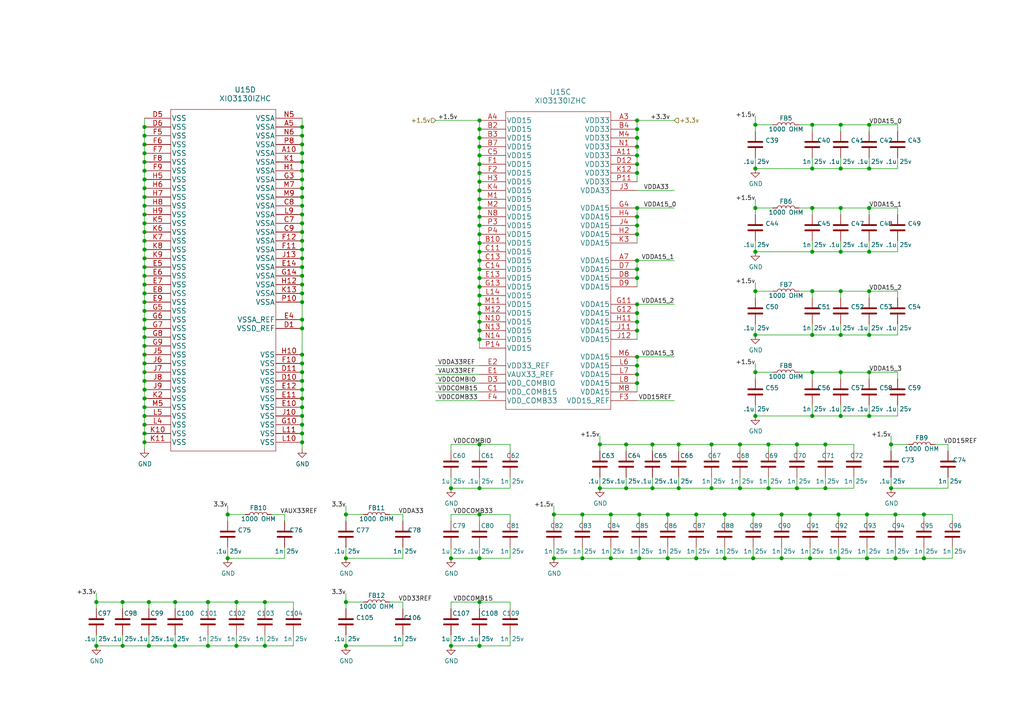
<source format=kicad_sch>
(kicad_sch (version 20201015) (generator eeschema)
  (page 1 9)
  (paper "A4")
  (title_block (title "AP3000v3") (date "2020-10-27") (rev "1") (company "(c) ISis ImageStream Internet Solutions 2020") (comment 1 "www.imagestream.com"))
  (junction (at 27.94 174.625) (diameter 1.016))
  (junction (at 27.94 187.325) (diameter 1.016))
  (junction (at 35.56 174.625) (diameter 1.016))
  (junction (at 35.56 187.325) (diameter 1.016))
  (junction (at 41.91 36.83) (diameter 1.016))
  (junction (at 41.91 39.37) (diameter 1.016))
  (junction (at 41.91 41.91) (diameter 1.016))
  (junction (at 41.91 44.45) (diameter 1.016))
  (junction (at 41.91 46.99) (diameter 1.016))
  (junction (at 41.91 49.53) (diameter 1.016))
  (junction (at 41.91 52.07) (diameter 1.016))
  (junction (at 41.91 54.61) (diameter 1.016))
  (junction (at 41.91 57.15) (diameter 1.016))
  (junction (at 41.91 59.69) (diameter 1.016))
  (junction (at 41.91 62.23) (diameter 1.016))
  (junction (at 41.91 64.77) (diameter 1.016))
  (junction (at 41.91 67.31) (diameter 1.016))
  (junction (at 41.91 69.85) (diameter 1.016))
  (junction (at 41.91 72.39) (diameter 1.016))
  (junction (at 41.91 74.93) (diameter 1.016))
  (junction (at 41.91 77.47) (diameter 1.016))
  (junction (at 41.91 80.01) (diameter 1.016))
  (junction (at 41.91 82.55) (diameter 1.016))
  (junction (at 41.91 85.09) (diameter 1.016))
  (junction (at 41.91 87.63) (diameter 1.016))
  (junction (at 41.91 90.17) (diameter 1.016))
  (junction (at 41.91 92.71) (diameter 1.016))
  (junction (at 41.91 95.25) (diameter 1.016))
  (junction (at 41.91 97.79) (diameter 1.016))
  (junction (at 41.91 100.33) (diameter 1.016))
  (junction (at 41.91 102.87) (diameter 1.016))
  (junction (at 41.91 105.41) (diameter 1.016))
  (junction (at 41.91 107.95) (diameter 1.016))
  (junction (at 41.91 110.49) (diameter 1.016))
  (junction (at 41.91 113.03) (diameter 1.016))
  (junction (at 41.91 115.57) (diameter 1.016))
  (junction (at 41.91 118.11) (diameter 1.016))
  (junction (at 41.91 120.65) (diameter 1.016))
  (junction (at 41.91 123.19) (diameter 1.016))
  (junction (at 41.91 125.73) (diameter 1.016))
  (junction (at 41.91 128.27) (diameter 1.016))
  (junction (at 43.18 174.625) (diameter 1.016))
  (junction (at 43.18 187.325) (diameter 1.016))
  (junction (at 50.8 174.625) (diameter 1.016))
  (junction (at 50.8 187.325) (diameter 1.016))
  (junction (at 60.325 174.625) (diameter 1.016))
  (junction (at 60.325 187.325) (diameter 1.016))
  (junction (at 66.04 149.225) (diameter 1.016))
  (junction (at 66.04 161.925) (diameter 1.016))
  (junction (at 68.58 174.625) (diameter 1.016))
  (junction (at 68.58 187.325) (diameter 1.016))
  (junction (at 76.835 174.625) (diameter 1.016))
  (junction (at 76.835 187.325) (diameter 1.016))
  (junction (at 87.63 36.83) (diameter 1.016))
  (junction (at 87.63 39.37) (diameter 1.016))
  (junction (at 87.63 41.91) (diameter 1.016))
  (junction (at 87.63 44.45) (diameter 1.016))
  (junction (at 87.63 46.99) (diameter 1.016))
  (junction (at 87.63 49.53) (diameter 1.016))
  (junction (at 87.63 52.07) (diameter 1.016))
  (junction (at 87.63 54.61) (diameter 1.016))
  (junction (at 87.63 57.15) (diameter 1.016))
  (junction (at 87.63 59.69) (diameter 1.016))
  (junction (at 87.63 62.23) (diameter 1.016))
  (junction (at 87.63 64.77) (diameter 1.016))
  (junction (at 87.63 67.31) (diameter 1.016))
  (junction (at 87.63 69.85) (diameter 1.016))
  (junction (at 87.63 72.39) (diameter 1.016))
  (junction (at 87.63 74.93) (diameter 1.016))
  (junction (at 87.63 77.47) (diameter 1.016))
  (junction (at 87.63 80.01) (diameter 1.016))
  (junction (at 87.63 82.55) (diameter 1.016))
  (junction (at 87.63 85.09) (diameter 1.016))
  (junction (at 87.63 87.63) (diameter 1.016))
  (junction (at 87.63 92.71) (diameter 1.016))
  (junction (at 87.63 95.25) (diameter 1.016))
  (junction (at 87.63 102.87) (diameter 1.016))
  (junction (at 87.63 105.41) (diameter 1.016))
  (junction (at 87.63 107.95) (diameter 1.016))
  (junction (at 87.63 110.49) (diameter 1.016))
  (junction (at 87.63 113.03) (diameter 1.016))
  (junction (at 87.63 115.57) (diameter 1.016))
  (junction (at 87.63 118.11) (diameter 1.016))
  (junction (at 87.63 120.65) (diameter 1.016))
  (junction (at 87.63 123.19) (diameter 1.016))
  (junction (at 87.63 125.73) (diameter 1.016))
  (junction (at 87.63 128.27) (diameter 1.016))
  (junction (at 100.33 149.225) (diameter 1.016))
  (junction (at 100.33 161.925) (diameter 1.016))
  (junction (at 100.33 174.625) (diameter 1.016))
  (junction (at 100.33 187.325) (diameter 1.016))
  (junction (at 130.81 141.605) (diameter 1.016))
  (junction (at 130.81 161.925) (diameter 1.016))
  (junction (at 130.81 187.325) (diameter 1.016))
  (junction (at 139.065 34.925) (diameter 1.016))
  (junction (at 139.065 37.465) (diameter 1.016))
  (junction (at 139.065 40.005) (diameter 1.016))
  (junction (at 139.065 42.545) (diameter 1.016))
  (junction (at 139.065 45.085) (diameter 1.016))
  (junction (at 139.065 47.625) (diameter 1.016))
  (junction (at 139.065 50.165) (diameter 1.016))
  (junction (at 139.065 52.705) (diameter 1.016))
  (junction (at 139.065 55.245) (diameter 1.016))
  (junction (at 139.065 57.785) (diameter 1.016))
  (junction (at 139.065 60.325) (diameter 1.016))
  (junction (at 139.065 62.865) (diameter 1.016))
  (junction (at 139.065 65.405) (diameter 1.016))
  (junction (at 139.065 67.945) (diameter 1.016))
  (junction (at 139.065 70.485) (diameter 1.016))
  (junction (at 139.065 73.025) (diameter 1.016))
  (junction (at 139.065 75.565) (diameter 1.016))
  (junction (at 139.065 78.105) (diameter 1.016))
  (junction (at 139.065 80.645) (diameter 1.016))
  (junction (at 139.065 83.185) (diameter 1.016))
  (junction (at 139.065 85.725) (diameter 1.016))
  (junction (at 139.065 88.265) (diameter 1.016))
  (junction (at 139.065 90.805) (diameter 1.016))
  (junction (at 139.065 93.345) (diameter 1.016))
  (junction (at 139.065 95.885) (diameter 1.016))
  (junction (at 139.065 98.425) (diameter 1.016))
  (junction (at 139.065 128.905) (diameter 1.016))
  (junction (at 139.065 141.605) (diameter 1.016))
  (junction (at 139.065 149.225) (diameter 1.016))
  (junction (at 139.065 161.925) (diameter 1.016))
  (junction (at 139.065 174.625) (diameter 1.016))
  (junction (at 139.065 187.325) (diameter 1.016))
  (junction (at 160.655 149.225) (diameter 1.016))
  (junction (at 160.655 161.925) (diameter 1.016))
  (junction (at 168.91 149.225) (diameter 1.016))
  (junction (at 168.91 161.925) (diameter 1.016))
  (junction (at 173.99 128.905) (diameter 1.016))
  (junction (at 173.99 141.605) (diameter 1.016))
  (junction (at 177.165 149.225) (diameter 1.016))
  (junction (at 177.165 161.925) (diameter 1.016))
  (junction (at 181.61 128.905) (diameter 1.016))
  (junction (at 181.61 141.605) (diameter 1.016))
  (junction (at 184.785 34.925) (diameter 1.016))
  (junction (at 184.785 37.465) (diameter 1.016))
  (junction (at 184.785 40.005) (diameter 1.016))
  (junction (at 184.785 42.545) (diameter 1.016))
  (junction (at 184.785 45.085) (diameter 1.016))
  (junction (at 184.785 47.625) (diameter 1.016))
  (junction (at 184.785 50.165) (diameter 1.016))
  (junction (at 184.785 60.325) (diameter 1.016))
  (junction (at 184.785 62.865) (diameter 1.016))
  (junction (at 184.785 65.405) (diameter 1.016))
  (junction (at 184.785 67.945) (diameter 1.016))
  (junction (at 184.785 75.565) (diameter 1.016))
  (junction (at 184.785 78.105) (diameter 1.016))
  (junction (at 184.785 80.645) (diameter 1.016))
  (junction (at 184.785 88.265) (diameter 1.016))
  (junction (at 184.785 90.805) (diameter 1.016))
  (junction (at 184.785 93.345) (diameter 1.016))
  (junction (at 184.785 95.885) (diameter 1.016))
  (junction (at 184.785 103.505) (diameter 1.016))
  (junction (at 184.785 106.045) (diameter 1.016))
  (junction (at 184.785 108.585) (diameter 1.016))
  (junction (at 184.785 111.125) (diameter 1.016))
  (junction (at 185.42 149.225) (diameter 1.016))
  (junction (at 185.42 161.925) (diameter 1.016))
  (junction (at 189.23 128.905) (diameter 1.016))
  (junction (at 189.23 141.605) (diameter 1.016))
  (junction (at 193.675 149.225) (diameter 1.016))
  (junction (at 193.675 161.925) (diameter 1.016))
  (junction (at 196.85 128.905) (diameter 1.016))
  (junction (at 196.85 141.605) (diameter 1.016))
  (junction (at 201.93 149.225) (diameter 1.016))
  (junction (at 201.93 161.925) (diameter 1.016))
  (junction (at 206.375 128.905) (diameter 1.016))
  (junction (at 206.375 141.605) (diameter 1.016))
  (junction (at 210.185 149.225) (diameter 1.016))
  (junction (at 210.185 161.925) (diameter 1.016))
  (junction (at 214.63 128.905) (diameter 1.016))
  (junction (at 214.63 141.605) (diameter 1.016))
  (junction (at 218.44 149.225) (diameter 1.016))
  (junction (at 218.44 161.925) (diameter 1.016))
  (junction (at 219.075 36.195) (diameter 1.016))
  (junction (at 219.075 48.895) (diameter 1.016))
  (junction (at 219.075 60.325) (diameter 1.016))
  (junction (at 219.075 73.025) (diameter 1.016))
  (junction (at 219.075 84.455) (diameter 1.016))
  (junction (at 219.075 97.155) (diameter 1.016))
  (junction (at 219.075 107.95) (diameter 1.016))
  (junction (at 219.075 120.65) (diameter 1.016))
  (junction (at 222.885 128.905) (diameter 1.016))
  (junction (at 222.885 141.605) (diameter 1.016))
  (junction (at 226.695 149.225) (diameter 1.016))
  (junction (at 226.695 161.925) (diameter 1.016))
  (junction (at 231.14 128.905) (diameter 1.016))
  (junction (at 231.14 141.605) (diameter 1.016))
  (junction (at 234.95 149.225) (diameter 1.016))
  (junction (at 234.95 161.925) (diameter 1.016))
  (junction (at 235.585 36.195) (diameter 1.016))
  (junction (at 235.585 48.895) (diameter 1.016))
  (junction (at 235.585 60.325) (diameter 1.016))
  (junction (at 235.585 73.025) (diameter 1.016))
  (junction (at 235.585 84.455) (diameter 1.016))
  (junction (at 235.585 97.155) (diameter 1.016))
  (junction (at 235.585 107.95) (diameter 1.016))
  (junction (at 235.585 120.65) (diameter 1.016))
  (junction (at 239.395 128.905) (diameter 1.016))
  (junction (at 239.395 141.605) (diameter 1.016))
  (junction (at 243.205 149.225) (diameter 1.016))
  (junction (at 243.205 161.925) (diameter 1.016))
  (junction (at 243.84 36.195) (diameter 1.016))
  (junction (at 243.84 48.895) (diameter 1.016))
  (junction (at 243.84 60.325) (diameter 1.016))
  (junction (at 243.84 73.025) (diameter 1.016))
  (junction (at 243.84 84.455) (diameter 1.016))
  (junction (at 243.84 97.155) (diameter 1.016))
  (junction (at 243.84 107.95) (diameter 1.016))
  (junction (at 243.84 120.65) (diameter 1.016))
  (junction (at 251.46 149.225) (diameter 1.016))
  (junction (at 251.46 161.925) (diameter 1.016))
  (junction (at 252.095 36.195) (diameter 1.016))
  (junction (at 252.095 48.895) (diameter 1.016))
  (junction (at 252.095 60.325) (diameter 1.016))
  (junction (at 252.095 73.025) (diameter 1.016))
  (junction (at 252.095 84.455) (diameter 1.016))
  (junction (at 252.095 97.155) (diameter 1.016))
  (junction (at 252.095 107.95) (diameter 1.016))
  (junction (at 252.095 120.65) (diameter 1.016))
  (junction (at 258.445 128.905) (diameter 1.016))
  (junction (at 258.445 141.605) (diameter 1.016))
  (junction (at 259.715 149.225) (diameter 1.016))
  (junction (at 259.715 161.925) (diameter 1.016))
  (junction (at 267.97 149.225) (diameter 1.016))
  (junction (at 267.97 161.925) (diameter 1.016))
  (wire (pts (xy 27.94 172.085) (xy 27.94 174.625)))
  (wire (pts (xy 27.94 174.625) (xy 35.56 174.625)))
  (wire (pts (xy 27.94 176.53) (xy 27.94 174.625)))
  (wire (pts (xy 27.94 184.15) (xy 27.94 187.325)))
  (wire (pts (xy 27.94 187.325) (xy 35.56 187.325)))
  (wire (pts (xy 35.56 174.625) (xy 43.18 174.625)))
  (wire (pts (xy 35.56 176.53) (xy 35.56 174.625)))
  (wire (pts (xy 35.56 184.15) (xy 35.56 187.325)))
  (wire (pts (xy 35.56 187.325) (xy 43.18 187.325)))
  (wire (pts (xy 41.91 34.29) (xy 41.91 36.83)))
  (wire (pts (xy 41.91 36.83) (xy 41.91 39.37)))
  (wire (pts (xy 41.91 39.37) (xy 41.91 41.91)))
  (wire (pts (xy 41.91 41.91) (xy 41.91 44.45)))
  (wire (pts (xy 41.91 44.45) (xy 41.91 46.99)))
  (wire (pts (xy 41.91 46.99) (xy 41.91 49.53)))
  (wire (pts (xy 41.91 49.53) (xy 41.91 52.07)))
  (wire (pts (xy 41.91 52.07) (xy 41.91 54.61)))
  (wire (pts (xy 41.91 54.61) (xy 41.91 57.15)))
  (wire (pts (xy 41.91 57.15) (xy 41.91 59.69)))
  (wire (pts (xy 41.91 59.69) (xy 41.91 62.23)))
  (wire (pts (xy 41.91 62.23) (xy 41.91 64.77)))
  (wire (pts (xy 41.91 64.77) (xy 41.91 67.31)))
  (wire (pts (xy 41.91 67.31) (xy 41.91 69.85)))
  (wire (pts (xy 41.91 69.85) (xy 41.91 72.39)))
  (wire (pts (xy 41.91 72.39) (xy 41.91 74.93)))
  (wire (pts (xy 41.91 74.93) (xy 41.91 77.47)))
  (wire (pts (xy 41.91 77.47) (xy 41.91 80.01)))
  (wire (pts (xy 41.91 80.01) (xy 41.91 82.55)))
  (wire (pts (xy 41.91 82.55) (xy 41.91 85.09)))
  (wire (pts (xy 41.91 85.09) (xy 41.91 87.63)))
  (wire (pts (xy 41.91 87.63) (xy 41.91 90.17)))
  (wire (pts (xy 41.91 90.17) (xy 41.91 92.71)))
  (wire (pts (xy 41.91 92.71) (xy 41.91 95.25)))
  (wire (pts (xy 41.91 95.25) (xy 41.91 97.79)))
  (wire (pts (xy 41.91 97.79) (xy 41.91 100.33)))
  (wire (pts (xy 41.91 100.33) (xy 41.91 102.87)))
  (wire (pts (xy 41.91 102.87) (xy 41.91 105.41)))
  (wire (pts (xy 41.91 105.41) (xy 41.91 107.95)))
  (wire (pts (xy 41.91 107.95) (xy 41.91 110.49)))
  (wire (pts (xy 41.91 110.49) (xy 41.91 113.03)))
  (wire (pts (xy 41.91 113.03) (xy 41.91 115.57)))
  (wire (pts (xy 41.91 115.57) (xy 41.91 118.11)))
  (wire (pts (xy 41.91 118.11) (xy 41.91 120.65)))
  (wire (pts (xy 41.91 120.65) (xy 41.91 123.19)))
  (wire (pts (xy 41.91 123.19) (xy 41.91 125.73)))
  (wire (pts (xy 41.91 125.73) (xy 41.91 128.27)))
  (wire (pts (xy 41.91 128.27) (xy 41.91 130.175)))
  (wire (pts (xy 43.18 174.625) (xy 50.8 174.625)))
  (wire (pts (xy 43.18 176.53) (xy 43.18 174.625)))
  (wire (pts (xy 43.18 184.15) (xy 43.18 187.325)))
  (wire (pts (xy 43.18 187.325) (xy 50.8 187.325)))
  (wire (pts (xy 50.8 174.625) (xy 60.325 174.625)))
  (wire (pts (xy 50.8 176.53) (xy 50.8 174.625)))
  (wire (pts (xy 50.8 184.15) (xy 50.8 187.325)))
  (wire (pts (xy 50.8 187.325) (xy 60.325 187.325)))
  (wire (pts (xy 60.325 174.625) (xy 60.325 176.53)))
  (wire (pts (xy 60.325 174.625) (xy 68.58 174.625)))
  (wire (pts (xy 60.325 184.15) (xy 60.325 187.325)))
  (wire (pts (xy 60.325 187.325) (xy 68.58 187.325)))
  (wire (pts (xy 66.04 146.685) (xy 66.04 149.225)))
  (wire (pts (xy 66.04 149.225) (xy 71.12 149.225)))
  (wire (pts (xy 66.04 151.13) (xy 66.04 149.225)))
  (wire (pts (xy 66.04 158.75) (xy 66.04 161.925)))
  (wire (pts (xy 66.04 161.925) (xy 82.55 161.925)))
  (wire (pts (xy 68.58 174.625) (xy 68.58 176.53)))
  (wire (pts (xy 68.58 174.625) (xy 76.835 174.625)))
  (wire (pts (xy 68.58 184.15) (xy 68.58 187.325)))
  (wire (pts (xy 68.58 187.325) (xy 76.835 187.325)))
  (wire (pts (xy 76.835 174.625) (xy 76.835 176.53)))
  (wire (pts (xy 76.835 174.625) (xy 85.09 174.625)))
  (wire (pts (xy 76.835 184.15) (xy 76.835 187.325)))
  (wire (pts (xy 76.835 187.325) (xy 85.09 187.325)))
  (wire (pts (xy 78.74 149.225) (xy 82.55 149.225)))
  (wire (pts (xy 82.55 149.225) (xy 82.55 151.13)))
  (wire (pts (xy 82.55 158.75) (xy 82.55 161.925)))
  (wire (pts (xy 85.09 174.625) (xy 85.09 176.53)))
  (wire (pts (xy 85.09 184.15) (xy 85.09 187.325)))
  (wire (pts (xy 87.63 34.29) (xy 87.63 36.83)))
  (wire (pts (xy 87.63 36.83) (xy 87.63 39.37)))
  (wire (pts (xy 87.63 39.37) (xy 87.63 41.91)))
  (wire (pts (xy 87.63 41.91) (xy 87.63 44.45)))
  (wire (pts (xy 87.63 44.45) (xy 87.63 46.99)))
  (wire (pts (xy 87.63 46.99) (xy 87.63 49.53)))
  (wire (pts (xy 87.63 49.53) (xy 87.63 52.07)))
  (wire (pts (xy 87.63 52.07) (xy 87.63 54.61)))
  (wire (pts (xy 87.63 54.61) (xy 87.63 57.15)))
  (wire (pts (xy 87.63 57.15) (xy 87.63 59.69)))
  (wire (pts (xy 87.63 59.69) (xy 87.63 62.23)))
  (wire (pts (xy 87.63 62.23) (xy 87.63 64.77)))
  (wire (pts (xy 87.63 64.77) (xy 87.63 67.31)))
  (wire (pts (xy 87.63 67.31) (xy 87.63 69.85)))
  (wire (pts (xy 87.63 69.85) (xy 87.63 72.39)))
  (wire (pts (xy 87.63 72.39) (xy 87.63 74.93)))
  (wire (pts (xy 87.63 74.93) (xy 87.63 77.47)))
  (wire (pts (xy 87.63 77.47) (xy 87.63 80.01)))
  (wire (pts (xy 87.63 80.01) (xy 87.63 82.55)))
  (wire (pts (xy 87.63 82.55) (xy 87.63 85.09)))
  (wire (pts (xy 87.63 85.09) (xy 87.63 87.63)))
  (wire (pts (xy 87.63 87.63) (xy 87.63 92.71)))
  (wire (pts (xy 87.63 92.71) (xy 87.63 95.25)))
  (wire (pts (xy 87.63 95.25) (xy 87.63 102.87)))
  (wire (pts (xy 87.63 102.87) (xy 87.63 105.41)))
  (wire (pts (xy 87.63 105.41) (xy 87.63 107.95)))
  (wire (pts (xy 87.63 107.95) (xy 87.63 110.49)))
  (wire (pts (xy 87.63 110.49) (xy 87.63 113.03)))
  (wire (pts (xy 87.63 113.03) (xy 87.63 115.57)))
  (wire (pts (xy 87.63 115.57) (xy 87.63 118.11)))
  (wire (pts (xy 87.63 118.11) (xy 87.63 120.65)))
  (wire (pts (xy 87.63 120.65) (xy 87.63 123.19)))
  (wire (pts (xy 87.63 123.19) (xy 87.63 125.73)))
  (wire (pts (xy 87.63 125.73) (xy 87.63 128.27)))
  (wire (pts (xy 87.63 128.27) (xy 87.63 130.175)))
  (wire (pts (xy 100.33 146.685) (xy 100.33 149.225)))
  (wire (pts (xy 100.33 149.225) (xy 105.41 149.225)))
  (wire (pts (xy 100.33 151.13) (xy 100.33 149.225)))
  (wire (pts (xy 100.33 158.75) (xy 100.33 161.925)))
  (wire (pts (xy 100.33 161.925) (xy 116.84 161.925)))
  (wire (pts (xy 100.33 172.085) (xy 100.33 174.625)))
  (wire (pts (xy 100.33 174.625) (xy 105.41 174.625)))
  (wire (pts (xy 100.33 176.53) (xy 100.33 174.625)))
  (wire (pts (xy 100.33 184.15) (xy 100.33 187.325)))
  (wire (pts (xy 100.33 187.325) (xy 116.84 187.325)))
  (wire (pts (xy 113.03 149.225) (xy 116.84 149.225)))
  (wire (pts (xy 113.03 174.625) (xy 116.84 174.625)))
  (wire (pts (xy 116.84 149.225) (xy 116.84 151.13)))
  (wire (pts (xy 116.84 158.75) (xy 116.84 161.925)))
  (wire (pts (xy 116.84 174.625) (xy 116.84 176.53)))
  (wire (pts (xy 116.84 184.15) (xy 116.84 187.325)))
  (wire (pts (xy 126.365 34.925) (xy 139.065 34.925)))
  (wire (pts (xy 126.365 106.045) (xy 139.065 106.045)))
  (wire (pts (xy 126.365 108.585) (xy 139.065 108.585)))
  (wire (pts (xy 126.365 111.125) (xy 139.065 111.125)))
  (wire (pts (xy 126.365 113.665) (xy 139.065 113.665)))
  (wire (pts (xy 126.365 116.205) (xy 139.065 116.205)))
  (wire (pts (xy 130.81 128.905) (xy 139.065 128.905)))
  (wire (pts (xy 130.81 130.81) (xy 130.81 128.905)))
  (wire (pts (xy 130.81 138.43) (xy 130.81 141.605)))
  (wire (pts (xy 130.81 141.605) (xy 139.065 141.605)))
  (wire (pts (xy 130.81 149.225) (xy 139.065 149.225)))
  (wire (pts (xy 130.81 151.13) (xy 130.81 149.225)))
  (wire (pts (xy 130.81 158.75) (xy 130.81 161.925)))
  (wire (pts (xy 130.81 161.925) (xy 139.065 161.925)))
  (wire (pts (xy 130.81 174.625) (xy 139.065 174.625)))
  (wire (pts (xy 130.81 176.53) (xy 130.81 174.625)))
  (wire (pts (xy 130.81 184.15) (xy 130.81 187.325)))
  (wire (pts (xy 130.81 187.325) (xy 139.065 187.325)))
  (wire (pts (xy 139.065 34.925) (xy 139.065 37.465)))
  (wire (pts (xy 139.065 37.465) (xy 139.065 40.005)))
  (wire (pts (xy 139.065 40.005) (xy 139.065 42.545)))
  (wire (pts (xy 139.065 42.545) (xy 139.065 45.085)))
  (wire (pts (xy 139.065 45.085) (xy 139.065 47.625)))
  (wire (pts (xy 139.065 47.625) (xy 139.065 50.165)))
  (wire (pts (xy 139.065 50.165) (xy 139.065 52.705)))
  (wire (pts (xy 139.065 52.705) (xy 139.065 55.245)))
  (wire (pts (xy 139.065 55.245) (xy 139.065 57.785)))
  (wire (pts (xy 139.065 57.785) (xy 139.065 60.325)))
  (wire (pts (xy 139.065 60.325) (xy 139.065 62.865)))
  (wire (pts (xy 139.065 62.865) (xy 139.065 65.405)))
  (wire (pts (xy 139.065 65.405) (xy 139.065 67.945)))
  (wire (pts (xy 139.065 67.945) (xy 139.065 70.485)))
  (wire (pts (xy 139.065 70.485) (xy 139.065 73.025)))
  (wire (pts (xy 139.065 73.025) (xy 139.065 75.565)))
  (wire (pts (xy 139.065 75.565) (xy 139.065 78.105)))
  (wire (pts (xy 139.065 78.105) (xy 139.065 80.645)))
  (wire (pts (xy 139.065 80.645) (xy 139.065 83.185)))
  (wire (pts (xy 139.065 83.185) (xy 139.065 85.725)))
  (wire (pts (xy 139.065 85.725) (xy 139.065 88.265)))
  (wire (pts (xy 139.065 88.265) (xy 139.065 90.805)))
  (wire (pts (xy 139.065 90.805) (xy 139.065 93.345)))
  (wire (pts (xy 139.065 93.345) (xy 139.065 95.885)))
  (wire (pts (xy 139.065 95.885) (xy 139.065 98.425)))
  (wire (pts (xy 139.065 98.425) (xy 139.065 100.965)))
  (wire (pts (xy 139.065 128.905) (xy 139.065 130.81)))
  (wire (pts (xy 139.065 128.905) (xy 147.955 128.905)))
  (wire (pts (xy 139.065 138.43) (xy 139.065 141.605)))
  (wire (pts (xy 139.065 141.605) (xy 147.955 141.605)))
  (wire (pts (xy 139.065 149.225) (xy 139.065 151.13)))
  (wire (pts (xy 139.065 149.225) (xy 147.955 149.225)))
  (wire (pts (xy 139.065 158.75) (xy 139.065 161.925)))
  (wire (pts (xy 139.065 161.925) (xy 147.955 161.925)))
  (wire (pts (xy 139.065 174.625) (xy 139.065 176.53)))
  (wire (pts (xy 139.065 174.625) (xy 147.955 174.625)))
  (wire (pts (xy 139.065 184.15) (xy 139.065 187.325)))
  (wire (pts (xy 139.065 187.325) (xy 147.955 187.325)))
  (wire (pts (xy 147.955 128.905) (xy 147.955 130.81)))
  (wire (pts (xy 147.955 141.605) (xy 147.955 138.43)))
  (wire (pts (xy 147.955 149.225) (xy 147.955 151.13)))
  (wire (pts (xy 147.955 161.925) (xy 147.955 158.75)))
  (wire (pts (xy 147.955 174.625) (xy 147.955 176.53)))
  (wire (pts (xy 147.955 187.325) (xy 147.955 184.15)))
  (wire (pts (xy 160.655 146.685) (xy 160.655 149.225)))
  (wire (pts (xy 160.655 149.225) (xy 160.655 151.13)))
  (wire (pts (xy 160.655 149.225) (xy 168.91 149.225)))
  (wire (pts (xy 160.655 158.75) (xy 160.655 161.925)))
  (wire (pts (xy 160.655 161.925) (xy 168.91 161.925)))
  (wire (pts (xy 168.91 149.225) (xy 168.91 151.13)))
  (wire (pts (xy 168.91 149.225) (xy 177.165 149.225)))
  (wire (pts (xy 168.91 158.75) (xy 168.91 161.925)))
  (wire (pts (xy 168.91 161.925) (xy 177.165 161.925)))
  (wire (pts (xy 173.99 126.365) (xy 173.99 128.905)))
  (wire (pts (xy 173.99 128.905) (xy 181.61 128.905)))
  (wire (pts (xy 173.99 130.81) (xy 173.99 128.905)))
  (wire (pts (xy 173.99 138.43) (xy 173.99 141.605)))
  (wire (pts (xy 173.99 141.605) (xy 181.61 141.605)))
  (wire (pts (xy 177.165 149.225) (xy 177.165 151.13)))
  (wire (pts (xy 177.165 149.225) (xy 185.42 149.225)))
  (wire (pts (xy 177.165 158.75) (xy 177.165 161.925)))
  (wire (pts (xy 177.165 161.925) (xy 185.42 161.925)))
  (wire (pts (xy 181.61 128.905) (xy 189.23 128.905)))
  (wire (pts (xy 181.61 130.81) (xy 181.61 128.905)))
  (wire (pts (xy 181.61 138.43) (xy 181.61 141.605)))
  (wire (pts (xy 181.61 141.605) (xy 189.23 141.605)))
  (wire (pts (xy 184.785 34.925) (xy 195.58 34.925)))
  (wire (pts (xy 184.785 37.465) (xy 184.785 34.925)))
  (wire (pts (xy 184.785 40.005) (xy 184.785 37.465)))
  (wire (pts (xy 184.785 42.545) (xy 184.785 40.005)))
  (wire (pts (xy 184.785 45.085) (xy 184.785 42.545)))
  (wire (pts (xy 184.785 47.625) (xy 184.785 45.085)))
  (wire (pts (xy 184.785 50.165) (xy 184.785 47.625)))
  (wire (pts (xy 184.785 52.705) (xy 184.785 50.165)))
  (wire (pts (xy 184.785 55.245) (xy 195.58 55.245)))
  (wire (pts (xy 184.785 60.325) (xy 195.58 60.325)))
  (wire (pts (xy 184.785 62.865) (xy 184.785 60.325)))
  (wire (pts (xy 184.785 65.405) (xy 184.785 62.865)))
  (wire (pts (xy 184.785 67.945) (xy 184.785 65.405)))
  (wire (pts (xy 184.785 70.485) (xy 184.785 67.945)))
  (wire (pts (xy 184.785 75.565) (xy 195.58 75.565)))
  (wire (pts (xy 184.785 78.105) (xy 184.785 75.565)))
  (wire (pts (xy 184.785 80.645) (xy 184.785 78.105)))
  (wire (pts (xy 184.785 83.185) (xy 184.785 80.645)))
  (wire (pts (xy 184.785 88.265) (xy 195.58 88.265)))
  (wire (pts (xy 184.785 90.805) (xy 184.785 88.265)))
  (wire (pts (xy 184.785 93.345) (xy 184.785 90.805)))
  (wire (pts (xy 184.785 95.885) (xy 184.785 93.345)))
  (wire (pts (xy 184.785 98.425) (xy 184.785 95.885)))
  (wire (pts (xy 184.785 103.505) (xy 195.58 103.505)))
  (wire (pts (xy 184.785 106.045) (xy 184.785 103.505)))
  (wire (pts (xy 184.785 108.585) (xy 184.785 106.045)))
  (wire (pts (xy 184.785 111.125) (xy 184.785 108.585)))
  (wire (pts (xy 184.785 113.665) (xy 184.785 111.125)))
  (wire (pts (xy 185.42 149.225) (xy 185.42 151.13)))
  (wire (pts (xy 185.42 149.225) (xy 193.675 149.225)))
  (wire (pts (xy 185.42 158.75) (xy 185.42 161.925)))
  (wire (pts (xy 185.42 161.925) (xy 193.675 161.925)))
  (wire (pts (xy 189.23 128.905) (xy 196.85 128.905)))
  (wire (pts (xy 189.23 130.81) (xy 189.23 128.905)))
  (wire (pts (xy 189.23 138.43) (xy 189.23 141.605)))
  (wire (pts (xy 189.23 141.605) (xy 196.85 141.605)))
  (wire (pts (xy 193.675 149.225) (xy 193.675 151.13)))
  (wire (pts (xy 193.675 149.225) (xy 201.93 149.225)))
  (wire (pts (xy 193.675 158.75) (xy 193.675 161.925)))
  (wire (pts (xy 193.675 161.925) (xy 201.93 161.925)))
  (wire (pts (xy 195.58 116.205) (xy 184.785 116.205)))
  (wire (pts (xy 196.85 128.905) (xy 206.375 128.905)))
  (wire (pts (xy 196.85 130.81) (xy 196.85 128.905)))
  (wire (pts (xy 196.85 138.43) (xy 196.85 141.605)))
  (wire (pts (xy 196.85 141.605) (xy 206.375 141.605)))
  (wire (pts (xy 201.93 149.225) (xy 201.93 151.13)))
  (wire (pts (xy 201.93 149.225) (xy 210.185 149.225)))
  (wire (pts (xy 201.93 158.75) (xy 201.93 161.925)))
  (wire (pts (xy 201.93 161.925) (xy 210.185 161.925)))
  (wire (pts (xy 206.375 128.905) (xy 206.375 130.81)))
  (wire (pts (xy 206.375 128.905) (xy 214.63 128.905)))
  (wire (pts (xy 206.375 138.43) (xy 206.375 141.605)))
  (wire (pts (xy 206.375 141.605) (xy 214.63 141.605)))
  (wire (pts (xy 210.185 149.225) (xy 210.185 151.13)))
  (wire (pts (xy 210.185 149.225) (xy 218.44 149.225)))
  (wire (pts (xy 210.185 158.75) (xy 210.185 161.925)))
  (wire (pts (xy 210.185 161.925) (xy 218.44 161.925)))
  (wire (pts (xy 214.63 128.905) (xy 214.63 130.81)))
  (wire (pts (xy 214.63 128.905) (xy 222.885 128.905)))
  (wire (pts (xy 214.63 138.43) (xy 214.63 141.605)))
  (wire (pts (xy 214.63 141.605) (xy 222.885 141.605)))
  (wire (pts (xy 218.44 149.225) (xy 218.44 151.13)))
  (wire (pts (xy 218.44 149.225) (xy 226.695 149.225)))
  (wire (pts (xy 218.44 158.75) (xy 218.44 161.925)))
  (wire (pts (xy 218.44 161.925) (xy 226.695 161.925)))
  (wire (pts (xy 219.075 33.655) (xy 219.075 36.195)))
  (wire (pts (xy 219.075 36.195) (xy 224.155 36.195)))
  (wire (pts (xy 219.075 38.1) (xy 219.075 36.195)))
  (wire (pts (xy 219.075 45.72) (xy 219.075 48.895)))
  (wire (pts (xy 219.075 48.895) (xy 235.585 48.895)))
  (wire (pts (xy 219.075 57.785) (xy 219.075 60.325)))
  (wire (pts (xy 219.075 60.325) (xy 224.155 60.325)))
  (wire (pts (xy 219.075 62.23) (xy 219.075 60.325)))
  (wire (pts (xy 219.075 69.85) (xy 219.075 73.025)))
  (wire (pts (xy 219.075 73.025) (xy 235.585 73.025)))
  (wire (pts (xy 219.075 81.915) (xy 219.075 84.455)))
  (wire (pts (xy 219.075 84.455) (xy 224.155 84.455)))
  (wire (pts (xy 219.075 86.36) (xy 219.075 84.455)))
  (wire (pts (xy 219.075 93.98) (xy 219.075 97.155)))
  (wire (pts (xy 219.075 97.155) (xy 235.585 97.155)))
  (wire (pts (xy 219.075 105.41) (xy 219.075 107.95)))
  (wire (pts (xy 219.075 107.95) (xy 224.155 107.95)))
  (wire (pts (xy 219.075 109.855) (xy 219.075 107.95)))
  (wire (pts (xy 219.075 117.475) (xy 219.075 120.65)))
  (wire (pts (xy 219.075 120.65) (xy 235.585 120.65)))
  (wire (pts (xy 222.885 128.905) (xy 222.885 130.81)))
  (wire (pts (xy 222.885 128.905) (xy 231.14 128.905)))
  (wire (pts (xy 222.885 138.43) (xy 222.885 141.605)))
  (wire (pts (xy 222.885 141.605) (xy 231.14 141.605)))
  (wire (pts (xy 226.695 149.225) (xy 226.695 151.13)))
  (wire (pts (xy 226.695 149.225) (xy 234.95 149.225)))
  (wire (pts (xy 226.695 158.75) (xy 226.695 161.925)))
  (wire (pts (xy 226.695 161.925) (xy 234.95 161.925)))
  (wire (pts (xy 231.14 128.905) (xy 231.14 130.81)))
  (wire (pts (xy 231.14 128.905) (xy 239.395 128.905)))
  (wire (pts (xy 231.14 138.43) (xy 231.14 141.605)))
  (wire (pts (xy 231.14 141.605) (xy 239.395 141.605)))
  (wire (pts (xy 231.775 36.195) (xy 235.585 36.195)))
  (wire (pts (xy 231.775 60.325) (xy 235.585 60.325)))
  (wire (pts (xy 231.775 84.455) (xy 235.585 84.455)))
  (wire (pts (xy 231.775 107.95) (xy 235.585 107.95)))
  (wire (pts (xy 234.95 149.225) (xy 234.95 151.13)))
  (wire (pts (xy 234.95 149.225) (xy 243.205 149.225)))
  (wire (pts (xy 234.95 158.75) (xy 234.95 161.925)))
  (wire (pts (xy 234.95 161.925) (xy 243.205 161.925)))
  (wire (pts (xy 235.585 36.195) (xy 235.585 38.1)))
  (wire (pts (xy 235.585 36.195) (xy 243.84 36.195)))
  (wire (pts (xy 235.585 45.72) (xy 235.585 48.895)))
  (wire (pts (xy 235.585 48.895) (xy 243.84 48.895)))
  (wire (pts (xy 235.585 60.325) (xy 235.585 62.23)))
  (wire (pts (xy 235.585 60.325) (xy 243.84 60.325)))
  (wire (pts (xy 235.585 69.85) (xy 235.585 73.025)))
  (wire (pts (xy 235.585 73.025) (xy 243.84 73.025)))
  (wire (pts (xy 235.585 84.455) (xy 235.585 86.36)))
  (wire (pts (xy 235.585 84.455) (xy 243.84 84.455)))
  (wire (pts (xy 235.585 93.98) (xy 235.585 97.155)))
  (wire (pts (xy 235.585 97.155) (xy 243.84 97.155)))
  (wire (pts (xy 235.585 107.95) (xy 235.585 109.855)))
  (wire (pts (xy 235.585 107.95) (xy 243.84 107.95)))
  (wire (pts (xy 235.585 117.475) (xy 235.585 120.65)))
  (wire (pts (xy 235.585 120.65) (xy 243.84 120.65)))
  (wire (pts (xy 239.395 128.905) (xy 239.395 130.81)))
  (wire (pts (xy 239.395 128.905) (xy 247.65 128.905)))
  (wire (pts (xy 239.395 138.43) (xy 239.395 141.605)))
  (wire (pts (xy 239.395 141.605) (xy 247.65 141.605)))
  (wire (pts (xy 243.205 149.225) (xy 243.205 151.13)))
  (wire (pts (xy 243.205 149.225) (xy 251.46 149.225)))
  (wire (pts (xy 243.205 158.75) (xy 243.205 161.925)))
  (wire (pts (xy 243.205 161.925) (xy 251.46 161.925)))
  (wire (pts (xy 243.84 36.195) (xy 243.84 38.1)))
  (wire (pts (xy 243.84 36.195) (xy 252.095 36.195)))
  (wire (pts (xy 243.84 45.72) (xy 243.84 48.895)))
  (wire (pts (xy 243.84 48.895) (xy 252.095 48.895)))
  (wire (pts (xy 243.84 60.325) (xy 243.84 62.23)))
  (wire (pts (xy 243.84 60.325) (xy 252.095 60.325)))
  (wire (pts (xy 243.84 69.85) (xy 243.84 73.025)))
  (wire (pts (xy 243.84 73.025) (xy 252.095 73.025)))
  (wire (pts (xy 243.84 84.455) (xy 243.84 86.36)))
  (wire (pts (xy 243.84 84.455) (xy 252.095 84.455)))
  (wire (pts (xy 243.84 93.98) (xy 243.84 97.155)))
  (wire (pts (xy 243.84 97.155) (xy 252.095 97.155)))
  (wire (pts (xy 243.84 107.95) (xy 243.84 109.855)))
  (wire (pts (xy 243.84 107.95) (xy 252.095 107.95)))
  (wire (pts (xy 243.84 117.475) (xy 243.84 120.65)))
  (wire (pts (xy 243.84 120.65) (xy 252.095 120.65)))
  (wire (pts (xy 247.65 128.905) (xy 247.65 130.81)))
  (wire (pts (xy 247.65 138.43) (xy 247.65 141.605)))
  (wire (pts (xy 251.46 149.225) (xy 251.46 151.13)))
  (wire (pts (xy 251.46 149.225) (xy 259.715 149.225)))
  (wire (pts (xy 251.46 158.75) (xy 251.46 161.925)))
  (wire (pts (xy 251.46 161.925) (xy 259.715 161.925)))
  (wire (pts (xy 252.095 36.195) (xy 252.095 38.1)))
  (wire (pts (xy 252.095 36.195) (xy 260.35 36.195)))
  (wire (pts (xy 252.095 45.72) (xy 252.095 48.895)))
  (wire (pts (xy 252.095 48.895) (xy 260.35 48.895)))
  (wire (pts (xy 252.095 60.325) (xy 252.095 62.23)))
  (wire (pts (xy 252.095 60.325) (xy 260.35 60.325)))
  (wire (pts (xy 252.095 69.85) (xy 252.095 73.025)))
  (wire (pts (xy 252.095 73.025) (xy 260.35 73.025)))
  (wire (pts (xy 252.095 84.455) (xy 252.095 86.36)))
  (wire (pts (xy 252.095 84.455) (xy 260.35 84.455)))
  (wire (pts (xy 252.095 93.98) (xy 252.095 97.155)))
  (wire (pts (xy 252.095 97.155) (xy 260.35 97.155)))
  (wire (pts (xy 252.095 107.95) (xy 252.095 109.855)))
  (wire (pts (xy 252.095 107.95) (xy 260.35 107.95)))
  (wire (pts (xy 252.095 117.475) (xy 252.095 120.65)))
  (wire (pts (xy 252.095 120.65) (xy 260.35 120.65)))
  (wire (pts (xy 258.445 126.365) (xy 258.445 128.905)))
  (wire (pts (xy 258.445 128.905) (xy 263.525 128.905)))
  (wire (pts (xy 258.445 130.81) (xy 258.445 128.905)))
  (wire (pts (xy 258.445 138.43) (xy 258.445 141.605)))
  (wire (pts (xy 258.445 141.605) (xy 274.955 141.605)))
  (wire (pts (xy 259.715 149.225) (xy 259.715 151.13)))
  (wire (pts (xy 259.715 149.225) (xy 267.97 149.225)))
  (wire (pts (xy 259.715 158.75) (xy 259.715 161.925)))
  (wire (pts (xy 259.715 161.925) (xy 267.97 161.925)))
  (wire (pts (xy 260.35 36.195) (xy 260.35 38.1)))
  (wire (pts (xy 260.35 48.895) (xy 260.35 45.72)))
  (wire (pts (xy 260.35 60.325) (xy 260.35 62.23)))
  (wire (pts (xy 260.35 73.025) (xy 260.35 69.85)))
  (wire (pts (xy 260.35 84.455) (xy 260.35 86.36)))
  (wire (pts (xy 260.35 97.155) (xy 260.35 93.98)))
  (wire (pts (xy 260.35 107.95) (xy 260.35 109.855)))
  (wire (pts (xy 260.35 120.65) (xy 260.35 117.475)))
  (wire (pts (xy 267.97 149.225) (xy 267.97 151.13)))
  (wire (pts (xy 267.97 149.225) (xy 276.225 149.225)))
  (wire (pts (xy 267.97 158.75) (xy 267.97 161.925)))
  (wire (pts (xy 267.97 161.925) (xy 276.225 161.925)))
  (wire (pts (xy 271.145 128.905) (xy 274.955 128.905)))
  (wire (pts (xy 274.955 128.905) (xy 274.955 130.81)))
  (wire (pts (xy 274.955 138.43) (xy 274.955 141.605)))
  (wire (pts (xy 276.225 149.225) (xy 276.225 151.13)))
  (wire (pts (xy 276.225 158.75) (xy 276.225 161.925)))
  (label "+3.3v" (at 27.94 172.72 180))
  (label "3.3v" (at 66.04 147.32 180))
  (label "VAUX33REF" (at 81.28 149.225 0))
  (label "3.3v" (at 100.33 147.32 180))
  (label "3.3v" (at 100.33 172.72 180))
  (label "VDDA33" (at 115.57 149.225 0))
  (label "VDD33REF" (at 115.57 174.625 0))
  (label "VDDA33REF" (at 127 106.045 0))
  (label "VAUX33REF" (at 127 108.585 0))
  (label "VDDCOMBIO" (at 127 111.125 0))
  (label "VDDCOMB15" (at 127 113.665 0))
  (label "VDDCOMB33" (at 127 116.205 0))
  (label "VDDCOMBIO" (at 131.445 128.905 0))
  (label "VDDCOMB33" (at 131.445 149.225 0))
  (label "VDDCOMB15" (at 131.445 174.625 0))
  (label "+1.5v" (at 132.715 34.925 180))
  (label "+1.5v" (at 160.655 147.32 180))
  (label "+1.5v" (at 173.99 127 180))
  (label "VDDA15_1" (at 186.055 75.565 0))
  (label "VDDA15_2" (at 186.055 88.265 0))
  (label "VDDA15_3" (at 186.055 103.505 0))
  (label "VDDA33" (at 186.69 55.245 0))
  (label "VDDA15_0" (at 186.69 60.325 0))
  (label "+3.3v" (at 188.595 34.925 0))
  (label "VDD15REF" (at 194.945 116.205 180))
  (label "+1.5v" (at 219.075 34.29 180))
  (label "+1.5v" (at 219.075 58.42 180))
  (label "+1.5v" (at 219.075 82.55 180))
  (label "+1.5v" (at 219.075 106.045 180))
  (label "VDDA15_0" (at 252.095 36.195 0))
  (label "VDDA15_1" (at 252.095 60.325 0))
  (label "VDDA15_2" (at 252.095 84.455 0))
  (label "VDDA15_3" (at 252.095 107.95 0))
  (label "+1.5v" (at 258.445 127 180))
  (label "VDD15REF" (at 273.685 128.905 0))
  (hierarchical_label "+1.5v" (shape input) (at 126.365 34.925 180))
  (hierarchical_label "+3.3v" (shape input) (at 195.58 34.925 0))
  (symbol (lib_id "Device:L") (at 74.93 149.225 90) (unit 1)
    (property "Reference" "FB10" (at 74.93 147.32 90))
    (property "Value" "1000 OHM" (at 74.93 150.495 90))
    (property "Footprint" "Inductor_SMD:L_0603_1608Metric" (effects hide))
    (property "PartsBoxID" "BLM18KG102SZ1D" (effects hide))
  )
  (symbol (lib_id "Device:L") (at 109.22 149.225 90) (unit 1)
    (property "Reference" "FB11" (at 109.22 147.32 90))
    (property "Value" "1000 OHM" (at 109.22 150.495 90))
    (property "Footprint" "Inductor_SMD:L_0603_1608Metric" (effects hide))
    (property "PartsBoxID" "BLM18KG102SZ1D" (effects hide))
  )
  (symbol (lib_id "Device:L") (at 109.22 174.625 90) (unit 1)
    (property "Reference" "FB12" (at 109.22 172.72 90))
    (property "Value" "1000 OHM" (at 109.22 175.895 90))
    (property "Footprint" "Inductor_SMD:L_0603_1608Metric" (effects hide))
    (property "PartsBoxID" "BLM18KG102SZ1D" (effects hide))
  )
  (symbol (lib_id "Device:L") (at 227.965 36.195 90) (unit 1)
    (property "Reference" "FB5" (at 227.965 34.29 90))
    (property "Value" "1000 OHM" (at 227.965 37.465 90))
    (property "Footprint" "Inductor_SMD:L_0603_1608Metric" (effects hide))
    (property "PartsBoxID" "BLM18KG102SZ1D" (effects hide))
  )
  (symbol (lib_id "Device:L") (at 227.965 60.325 90) (unit 1)
    (property "Reference" "FB6" (at 227.965 58.42 90))
    (property "Value" "1000 OHM" (at 227.965 61.595 90))
    (property "Footprint" "Inductor_SMD:L_0603_1608Metric" (effects hide))
    (property "PartsBoxID" "BLM18KG102SZ1D" (effects hide))
  )
  (symbol (lib_id "Device:L") (at 227.965 84.455 90) (unit 1)
    (property "Reference" "FB7" (at 227.965 82.55 90))
    (property "Value" "1000 OHM" (at 227.965 85.725 90))
    (property "Footprint" "Inductor_SMD:L_0603_1608Metric" (effects hide))
    (property "PartsBoxID" "BLM18KG102SZ1D" (effects hide))
  )
  (symbol (lib_id "Device:L") (at 227.965 107.95 90) (unit 1)
    (property "Reference" "FB8" (at 227.965 106.045 90))
    (property "Value" "1000 OHM" (at 227.965 109.22 90))
    (property "Footprint" "Inductor_SMD:L_0603_1608Metric" (effects hide))
    (property "PartsBoxID" "BLM18KG102SZ1D" (effects hide))
  )
  (symbol (lib_id "Device:L") (at 267.335 128.905 90) (unit 1)
    (property "Reference" "FB9" (at 267.335 127 90))
    (property "Value" "1000 OHM" (at 267.335 130.175 90))
    (property "Footprint" "Inductor_SMD:L_0603_1608Metric" (effects hide))
    (property "PartsBoxID" "BLM18KG102SZ1D" (effects hide))
  )
  (symbol (lib_id "power:GND") (at 27.94 187.325 0) (unit 1)
    (property "Reference" "#PWR0142" (effects hide))
    (property "Value" "GND" (at 28.067 191.7192 0))
  )
  (symbol (lib_id "power:GND") (at 41.91 130.175 0) (unit 1)
    (property "Reference" "#PWR0141" (effects hide))
    (property "Value" "GND" (at 42.037 134.5692 0))
  )
  (symbol (lib_id "power:GND") (at 66.04 161.925 0) (unit 1)
    (property "Reference" "#PWR0144" (effects hide))
    (property "Value" "GND" (at 66.167 166.3192 0))
  )
  (symbol (lib_id "power:GND") (at 87.63 130.175 0) (unit 1)
    (property "Reference" "#PWR0143" (effects hide))
    (property "Value" "GND" (at 87.757 134.5692 0))
  )
  (symbol (lib_id "power:GND") (at 100.33 161.925 0) (unit 1)
    (property "Reference" "#PWR0146" (effects hide))
    (property "Value" "GND" (at 100.457 166.3192 0))
  )
  (symbol (lib_id "power:GND") (at 100.33 187.325 0) (unit 1)
    (property "Reference" "#PWR0145" (effects hide))
    (property "Value" "GND" (at 100.457 191.7192 0))
  )
  (symbol (lib_id "power:GND") (at 130.81 141.605 0) (unit 1)
    (property "Reference" "#PWR0150" (effects hide))
    (property "Value" "GND" (at 130.937 145.9992 0))
  )
  (symbol (lib_id "power:GND") (at 130.81 161.925 0) (unit 1)
    (property "Reference" "#PWR0149" (effects hide))
    (property "Value" "GND" (at 130.937 166.3192 0))
  )
  (symbol (lib_id "power:GND") (at 130.81 187.325 0) (unit 1)
    (property "Reference" "#PWR0147" (effects hide))
    (property "Value" "GND" (at 130.937 191.7192 0))
  )
  (symbol (lib_id "power:GND") (at 160.655 161.925 0) (unit 1)
    (property "Reference" "#PWR0151" (effects hide))
    (property "Value" "GND" (at 160.782 166.3192 0))
  )
  (symbol (lib_id "power:GND") (at 173.99 141.605 0) (unit 1)
    (property "Reference" "#PWR0148" (effects hide))
    (property "Value" "GND" (at 174.117 145.9992 0))
  )
  (symbol (lib_id "power:GND") (at 219.075 48.895 0) (unit 1)
    (property "Reference" "#PWR0140" (effects hide))
    (property "Value" "GND" (at 219.202 53.2892 0))
  )
  (symbol (lib_id "power:GND") (at 219.075 73.025 0) (unit 1)
    (property "Reference" "#PWR0139" (effects hide))
    (property "Value" "GND" (at 219.202 77.4192 0))
  )
  (symbol (lib_id "power:GND") (at 219.075 97.155 0) (unit 1)
    (property "Reference" "#PWR0153" (effects hide))
    (property "Value" "GND" (at 219.202 101.5492 0))
  )
  (symbol (lib_id "power:GND") (at 219.075 120.65 0) (unit 1)
    (property "Reference" "#PWR0152" (effects hide))
    (property "Value" "GND" (at 219.202 125.0442 0))
  )
  (symbol (lib_id "power:GND") (at 258.445 141.605 0) (unit 1)
    (property "Reference" "#PWR0154" (effects hide))
    (property "Value" "GND" (at 258.572 145.9992 0))
  )
  (symbol (lib_id "Device:C") (at 27.94 180.34 0) (unit 1)
    (property "Reference" "C97" (at 28.321 177.9016 0) (effects (justify left)))
    (property "Value" ".1u 25v" (at 24.511 185.293 0) (effects (justify left)))
    (property "Footprint" "Capacitor_SMD:C_0402_1005Metric" (effects hide))
    (property "Part Description" ".1uF 10% or 20% 25V Ceramic Capacitor X7R 0402" (effects hide))
    (property "PartsBoxID" "0402-100nF-X7R-25V" (effects hide))
  )
  (symbol (lib_id "Device:C") (at 35.56 180.34 0) (unit 1)
    (property "Reference" "C98" (at 35.941 177.9016 0) (effects (justify left)))
    (property "Value" ".1u 25v" (at 32.131 185.293 0) (effects (justify left)))
    (property "Footprint" "Capacitor_SMD:C_0402_1005Metric" (effects hide))
    (property "Part Description" ".1uF 10% or 20% 25V Ceramic Capacitor X7R 0402" (effects hide))
    (property "PartsBoxID" "0402-100nF-X7R-25V" (effects hide))
  )
  (symbol (lib_id "Device:C") (at 43.18 180.34 0) (unit 1)
    (property "Reference" "C99" (at 43.561 177.9016 0) (effects (justify left)))
    (property "Value" ".1u 25v" (at 39.751 185.293 0) (effects (justify left)))
    (property "Footprint" "Capacitor_SMD:C_0402_1005Metric" (effects hide))
    (property "Part Description" ".1uF 10% or 20% 25V Ceramic Capacitor X7R 0402" (effects hide))
    (property "PartsBoxID" "0402-100nF-X7R-25V" (effects hide))
  )
  (symbol (lib_id "Device:C") (at 50.8 180.34 0) (unit 1)
    (property "Reference" "C100" (at 51.181 177.9016 0) (effects (justify left)))
    (property "Value" ".1u 25v" (at 47.371 185.293 0) (effects (justify left)))
    (property "Footprint" "Capacitor_SMD:C_0402_1005Metric" (effects hide))
    (property "Part Description" ".1uF 10% or 20% 25V Ceramic Capacitor X7R 0402" (effects hide))
    (property "PartsBoxID" "0402-100nF-X7R-25V" (effects hide))
  )
  (symbol (lib_id "Device:C") (at 60.325 180.34 0) (mirror y) (unit 1)
    (property "Reference" "C101" (at 63.119 177.9016 0) (effects (justify left)))
    (property "Value" "1n 25v" (at 64.389 185.293 0) (effects (justify left)))
    (property "Footprint" "Capacitor_SMD:C_0402_1005Metric" (effects hide))
    (property "Part Description" ".001uF 10% or 20% 25V Ceramic Capacitor X7R 0402" (effects hide))
    (property "PartsBoxID" "0402-1000pF-X7R-25V" (effects hide))
  )
  (symbol (lib_id "Device:C") (at 66.04 154.94 0) (unit 1)
    (property "Reference" "C75" (at 68.961 153.7716 0) (effects (justify left)))
    (property "Value" ".1u 25v" (at 62.611 159.893 0) (effects (justify left)))
    (property "Footprint" "Capacitor_SMD:C_0402_1005Metric" (effects hide))
    (property "Part Description" ".1uF 10% or 20% 25V Ceramic Capacitor X7R 0402" (effects hide))
    (property "PartsBoxID" "0402-100nF-X7R-25V" (effects hide))
  )
  (symbol (lib_id "Device:C") (at 68.58 180.34 0) (mirror y) (unit 1)
    (property "Reference" "C102" (at 71.374 177.9016 0) (effects (justify left)))
    (property "Value" "1n 25v" (at 72.644 185.293 0) (effects (justify left)))
    (property "Footprint" "Capacitor_SMD:C_0402_1005Metric" (effects hide))
    (property "Part Description" ".001uF 10% or 20% 25V Ceramic Capacitor X7R 0402" (effects hide))
    (property "PartsBoxID" "0402-1000pF-X7R-25V" (effects hide))
  )
  (symbol (lib_id "Device:C") (at 76.835 180.34 0) (mirror y) (unit 1)
    (property "Reference" "C103" (at 79.629 177.9016 0) (effects (justify left)))
    (property "Value" "1n 25v" (at 80.899 185.293 0) (effects (justify left)))
    (property "Footprint" "Capacitor_SMD:C_0402_1005Metric" (effects hide))
    (property "Part Description" ".001uF 10% or 20% 25V Ceramic Capacitor X7R 0402" (effects hide))
    (property "PartsBoxID" "0402-1000pF-X7R-25V" (effects hide))
  )
  (symbol (lib_id "Device:C") (at 82.55 154.94 0) (mirror y) (unit 1)
    (property "Reference" "C76" (at 87.884 153.7716 0) (effects (justify left)))
    (property "Value" "1n 25v" (at 86.614 159.893 0) (effects (justify left)))
    (property "Footprint" "Capacitor_SMD:C_0402_1005Metric" (effects hide))
    (property "Part Description" ".001uF 10% or 20% 25V Ceramic Capacitor X7R 0402" (effects hide))
    (property "PartsBoxID" "0402-1000pF-X7R-25V" (effects hide))
  )
  (symbol (lib_id "Device:C") (at 85.09 180.34 0) (mirror y) (unit 1)
    (property "Reference" "C104" (at 87.884 177.9016 0) (effects (justify left)))
    (property "Value" "1n 25v" (at 89.154 185.293 0) (effects (justify left)))
    (property "Footprint" "Capacitor_SMD:C_0402_1005Metric" (effects hide))
    (property "Part Description" ".001uF 10% or 20% 25V Ceramic Capacitor X7R 0402" (effects hide))
    (property "PartsBoxID" "0402-1000pF-X7R-25V" (effects hide))
  )
  (symbol (lib_id "Device:C") (at 100.33 154.94 0) (unit 1)
    (property "Reference" "C77" (at 103.251 153.7716 0) (effects (justify left)))
    (property "Value" ".1u 25v" (at 96.901 159.893 0) (effects (justify left)))
    (property "Footprint" "Capacitor_SMD:C_0402_1005Metric" (effects hide))
    (property "Part Description" ".1uF 10% or 20% 25V Ceramic Capacitor X7R 0402" (effects hide))
    (property "PartsBoxID" "0402-100nF-X7R-25V" (effects hide))
  )
  (symbol (lib_id "Device:C") (at 100.33 180.34 0) (unit 1)
    (property "Reference" "C105" (at 103.251 179.1716 0) (effects (justify left)))
    (property "Value" ".1u 25v" (at 96.901 185.293 0) (effects (justify left)))
    (property "Footprint" "Capacitor_SMD:C_0402_1005Metric" (effects hide))
    (property "Part Description" ".1uF 10% or 20% 25V Ceramic Capacitor X7R 0402" (effects hide))
    (property "PartsBoxID" "0402-100nF-X7R-25V" (effects hide))
  )
  (symbol (lib_id "Device:C") (at 116.84 154.94 0) (mirror y) (unit 1)
    (property "Reference" "C78" (at 122.174 153.7716 0) (effects (justify left)))
    (property "Value" "1n 25v" (at 120.904 159.893 0) (effects (justify left)))
    (property "Footprint" "Capacitor_SMD:C_0402_1005Metric" (effects hide))
    (property "Part Description" ".001uF 10% or 20% 25V Ceramic Capacitor X7R 0402" (effects hide))
    (property "PartsBoxID" "0402-1000pF-X7R-25V" (effects hide))
  )
  (symbol (lib_id "Device:C") (at 116.84 180.34 0) (mirror y) (unit 1)
    (property "Reference" "C106" (at 122.174 179.1716 0) (effects (justify left)))
    (property "Value" "1n 25v" (at 120.904 185.293 0) (effects (justify left)))
    (property "Footprint" "Capacitor_SMD:C_0402_1005Metric" (effects hide))
    (property "Part Description" ".001uF 10% or 20% 25V Ceramic Capacitor X7R 0402" (effects hide))
    (property "PartsBoxID" "0402-1000pF-X7R-25V" (effects hide))
  )
  (symbol (lib_id "Device:C") (at 130.81 134.62 0) (unit 1)
    (property "Reference" "C60" (at 131.191 132.1816 0) (effects (justify left)))
    (property "Value" "1u 25v" (at 128.016 139.573 0) (effects (justify left)))
    (property "Footprint" "Capacitor_SMD:C_0805_2012Metric" (effects hide))
    (property "Part Description" "1uF 10% or 20% 25V Ceramic Capacitor X7R 0805" (effects hide))
    (property "PartsBoxID" "0805-1uF-X7R-25V" (effects hide))
  )
  (symbol (lib_id "Device:C") (at 130.81 154.94 0) (unit 1)
    (property "Reference" "C79" (at 131.191 152.5016 0) (effects (justify left)))
    (property "Value" "1u 25v" (at 128.016 159.893 0) (effects (justify left)))
    (property "Footprint" "Capacitor_SMD:C_0805_2012Metric" (effects hide))
    (property "Part Description" "1uF 10% or 20% 25V Ceramic Capacitor X7R 0805" (effects hide))
    (property "PartsBoxID" "0805-1uF-X7R-25V" (effects hide))
  )
  (symbol (lib_id "Device:C") (at 130.81 180.34 0) (unit 1)
    (property "Reference" "C107" (at 131.191 177.9016 0) (effects (justify left)))
    (property "Value" "1u 25v" (at 128.016 185.293 0) (effects (justify left)))
    (property "Footprint" "Capacitor_SMD:C_0805_2012Metric" (effects hide))
    (property "Part Description" "1uF 10% or 20% 25V Ceramic Capacitor X7R 0805" (effects hide))
    (property "PartsBoxID" "0805-1uF-X7R-25V" (effects hide))
  )
  (symbol (lib_id "Device:C") (at 139.065 134.62 0) (unit 1)
    (property "Reference" "C61" (at 139.446 132.1816 0) (effects (justify left)))
    (property "Value" ".1u 25v" (at 135.636 139.573 0) (effects (justify left)))
    (property "Footprint" "Capacitor_SMD:C_0402_1005Metric" (effects hide))
    (property "Part Description" ".1uF 10% or 20% 25V Ceramic Capacitor X7R 0402" (effects hide))
    (property "PartsBoxID" "0402-100nF-X7R-25V" (effects hide))
  )
  (symbol (lib_id "Device:C") (at 139.065 154.94 0) (unit 1)
    (property "Reference" "C80" (at 139.446 152.5016 0) (effects (justify left)))
    (property "Value" ".1u 25v" (at 135.636 159.893 0) (effects (justify left)))
    (property "Footprint" "Capacitor_SMD:C_0402_1005Metric" (effects hide))
    (property "Part Description" ".1uF 10% or 20% 25V Ceramic Capacitor X7R 0402" (effects hide))
    (property "PartsBoxID" "0402-100nF-X7R-25V" (effects hide))
  )
  (symbol (lib_id "Device:C") (at 139.065 180.34 0) (unit 1)
    (property "Reference" "C108" (at 139.446 177.9016 0) (effects (justify left)))
    (property "Value" ".1u 25v" (at 135.636 185.293 0) (effects (justify left)))
    (property "Footprint" "Capacitor_SMD:C_0402_1005Metric" (effects hide))
    (property "Part Description" ".1uF 10% or 20% 25V Ceramic Capacitor X7R 0402" (effects hide))
    (property "PartsBoxID" "0402-100nF-X7R-25V" (effects hide))
  )
  (symbol (lib_id "Device:C") (at 147.955 134.62 0) (mirror y) (unit 1)
    (property "Reference" "C62" (at 150.749 132.1816 0) (effects (justify left)))
    (property "Value" "1n 25v" (at 152.019 139.573 0) (effects (justify left)))
    (property "Footprint" "Capacitor_SMD:C_0402_1005Metric" (effects hide))
    (property "Part Description" ".001uF 10% or 20% 25V Ceramic Capacitor X7R 0402" (effects hide))
    (property "PartsBoxID" "0402-1000pF-X7R-25V" (effects hide))
  )
  (symbol (lib_id "Device:C") (at 147.955 154.94 0) (mirror y) (unit 1)
    (property "Reference" "C81" (at 150.749 152.5016 0) (effects (justify left)))
    (property "Value" "1n 25v" (at 152.019 159.893 0) (effects (justify left)))
    (property "Footprint" "Capacitor_SMD:C_0402_1005Metric" (effects hide))
    (property "Part Description" ".001uF 10% or 20% 25V Ceramic Capacitor X7R 0402" (effects hide))
    (property "PartsBoxID" "0402-1000pF-X7R-25V" (effects hide))
  )
  (symbol (lib_id "Device:C") (at 147.955 180.34 0) (mirror y) (unit 1)
    (property "Reference" "C109" (at 150.749 177.9016 0) (effects (justify left)))
    (property "Value" "1n 25v" (at 152.019 185.293 0) (effects (justify left)))
    (property "Footprint" "Capacitor_SMD:C_0402_1005Metric" (effects hide))
    (property "Part Description" ".001uF 10% or 20% 25V Ceramic Capacitor X7R 0402" (effects hide))
    (property "PartsBoxID" "0402-1000pF-X7R-25V" (effects hide))
  )
  (symbol (lib_id "Device:C") (at 160.655 154.94 0) (mirror y) (unit 1)
    (property "Reference" "C82" (at 163.449 152.5016 0) (effects (justify left)))
    (property "Value" "1n 25v" (at 164.719 159.893 0) (effects (justify left)))
    (property "Footprint" "Capacitor_SMD:C_0402_1005Metric" (effects hide))
    (property "Part Description" ".001uF 10% or 20% 25V Ceramic Capacitor X7R 0402" (effects hide))
    (property "PartsBoxID" "0402-1000pF-X7R-25V" (effects hide))
  )
  (symbol (lib_id "Device:C") (at 168.91 154.94 0) (mirror y) (unit 1)
    (property "Reference" "C83" (at 171.704 152.5016 0) (effects (justify left)))
    (property "Value" "1n 25v" (at 172.974 159.893 0) (effects (justify left)))
    (property "Footprint" "Capacitor_SMD:C_0402_1005Metric" (effects hide))
    (property "Part Description" ".001uF 10% or 20% 25V Ceramic Capacitor X7R 0402" (effects hide))
    (property "PartsBoxID" "0402-1000pF-X7R-25V" (effects hide))
  )
  (symbol (lib_id "Device:C") (at 173.99 134.62 0) (unit 1)
    (property "Reference" "C63" (at 174.371 132.1816 0) (effects (justify left)))
    (property "Value" ".1u 25v" (at 170.561 139.573 0) (effects (justify left)))
    (property "Footprint" "Capacitor_SMD:C_0402_1005Metric" (effects hide))
    (property "Part Description" ".1uF 10% or 20% 25V Ceramic Capacitor X7R 0402" (effects hide))
    (property "PartsBoxID" "0402-100nF-X7R-25V" (effects hide))
  )
  (symbol (lib_id "Device:C") (at 177.165 154.94 0) (mirror y) (unit 1)
    (property "Reference" "C84" (at 179.959 152.5016 0) (effects (justify left)))
    (property "Value" "1n 25v" (at 181.229 159.893 0) (effects (justify left)))
    (property "Footprint" "Capacitor_SMD:C_0402_1005Metric" (effects hide))
    (property "Part Description" ".001uF 10% or 20% 25V Ceramic Capacitor X7R 0402" (effects hide))
    (property "PartsBoxID" "0402-1000pF-X7R-25V" (effects hide))
  )
  (symbol (lib_id "Device:C") (at 181.61 134.62 0) (unit 1)
    (property "Reference" "C64" (at 181.991 132.1816 0) (effects (justify left)))
    (property "Value" ".1u 25v" (at 178.181 139.573 0) (effects (justify left)))
    (property "Footprint" "Capacitor_SMD:C_0402_1005Metric" (effects hide))
    (property "Part Description" ".1uF 10% or 20% 25V Ceramic Capacitor X7R 0402" (effects hide))
    (property "PartsBoxID" "0402-100nF-X7R-25V" (effects hide))
  )
  (symbol (lib_id "Device:C") (at 185.42 154.94 0) (mirror y) (unit 1)
    (property "Reference" "C85" (at 188.214 152.5016 0) (effects (justify left)))
    (property "Value" "1n 25v" (at 189.484 159.893 0) (effects (justify left)))
    (property "Footprint" "Capacitor_SMD:C_0402_1005Metric" (effects hide))
    (property "Part Description" ".001uF 10% or 20% 25V Ceramic Capacitor X7R 0402" (effects hide))
    (property "PartsBoxID" "0402-1000pF-X7R-25V" (effects hide))
  )
  (symbol (lib_id "Device:C") (at 189.23 134.62 0) (unit 1)
    (property "Reference" "C65" (at 189.611 132.1816 0) (effects (justify left)))
    (property "Value" ".1u 25v" (at 185.801 139.573 0) (effects (justify left)))
    (property "Footprint" "Capacitor_SMD:C_0402_1005Metric" (effects hide))
    (property "Part Description" ".1uF 10% or 20% 25V Ceramic Capacitor X7R 0402" (effects hide))
    (property "PartsBoxID" "0402-100nF-X7R-25V" (effects hide))
  )
  (symbol (lib_id "Device:C") (at 193.675 154.94 0) (mirror y) (unit 1)
    (property "Reference" "C86" (at 196.469 152.5016 0) (effects (justify left)))
    (property "Value" "1n 25v" (at 197.739 159.893 0) (effects (justify left)))
    (property "Footprint" "Capacitor_SMD:C_0402_1005Metric" (effects hide))
    (property "Part Description" ".001uF 10% or 20% 25V Ceramic Capacitor X7R 0402" (effects hide))
    (property "PartsBoxID" "0402-1000pF-X7R-25V" (effects hide))
  )
  (symbol (lib_id "Device:C") (at 196.85 134.62 0) (unit 1)
    (property "Reference" "C66" (at 197.231 132.1816 0) (effects (justify left)))
    (property "Value" ".1u 25v" (at 193.421 139.573 0) (effects (justify left)))
    (property "Footprint" "Capacitor_SMD:C_0402_1005Metric" (effects hide))
    (property "Part Description" ".1uF 10% or 20% 25V Ceramic Capacitor X7R 0402" (effects hide))
    (property "PartsBoxID" "0402-100nF-X7R-25V" (effects hide))
  )
  (symbol (lib_id "Device:C") (at 201.93 154.94 0) (mirror y) (unit 1)
    (property "Reference" "C87" (at 204.724 152.5016 0) (effects (justify left)))
    (property "Value" "1n 25v" (at 205.994 159.893 0) (effects (justify left)))
    (property "Footprint" "Capacitor_SMD:C_0402_1005Metric" (effects hide))
    (property "Part Description" ".001uF 10% or 20% 25V Ceramic Capacitor X7R 0402" (effects hide))
    (property "PartsBoxID" "0402-1000pF-X7R-25V" (effects hide))
  )
  (symbol (lib_id "Device:C") (at 206.375 134.62 0) (mirror y) (unit 1)
    (property "Reference" "C67" (at 209.169 132.1816 0) (effects (justify left)))
    (property "Value" "1n 25v" (at 210.439 139.573 0) (effects (justify left)))
    (property "Footprint" "Capacitor_SMD:C_0402_1005Metric" (effects hide))
    (property "Part Description" ".001uF 10% or 20% 25V Ceramic Capacitor X7R 0402" (effects hide))
    (property "PartsBoxID" "0402-1000pF-X7R-25V" (effects hide))
  )
  (symbol (lib_id "Device:C") (at 210.185 154.94 0) (mirror y) (unit 1)
    (property "Reference" "C88" (at 212.979 152.5016 0) (effects (justify left)))
    (property "Value" "1n 25v" (at 214.249 159.893 0) (effects (justify left)))
    (property "Footprint" "Capacitor_SMD:C_0402_1005Metric" (effects hide))
    (property "Part Description" ".001uF 10% or 20% 25V Ceramic Capacitor X7R 0402" (effects hide))
    (property "PartsBoxID" "0402-1000pF-X7R-25V" (effects hide))
  )
  (symbol (lib_id "Device:C") (at 214.63 134.62 0) (mirror y) (unit 1)
    (property "Reference" "C68" (at 217.424 132.1816 0) (effects (justify left)))
    (property "Value" "1n 25v" (at 218.694 139.573 0) (effects (justify left)))
    (property "Footprint" "Capacitor_SMD:C_0402_1005Metric" (effects hide))
    (property "Part Description" ".001uF 10% or 20% 25V Ceramic Capacitor X7R 0402" (effects hide))
    (property "PartsBoxID" "0402-1000pF-X7R-25V" (effects hide))
  )
  (symbol (lib_id "Device:C") (at 218.44 154.94 0) (mirror y) (unit 1)
    (property "Reference" "C89" (at 221.234 152.5016 0) (effects (justify left)))
    (property "Value" "1n 25v" (at 222.504 159.893 0) (effects (justify left)))
    (property "Footprint" "Capacitor_SMD:C_0402_1005Metric" (effects hide))
    (property "Part Description" ".001uF 10% or 20% 25V Ceramic Capacitor X7R 0402" (effects hide))
    (property "PartsBoxID" "0402-1000pF-X7R-25V" (effects hide))
  )
  (symbol (lib_id "Device:C") (at 219.075 41.91 0) (unit 1)
    (property "Reference" "C39" (at 221.996 40.7416 0) (effects (justify left)))
    (property "Value" ".1u 25v" (at 215.646 46.863 0) (effects (justify left)))
    (property "Footprint" "Capacitor_SMD:C_0402_1005Metric" (effects hide))
    (property "Part Description" ".1uF 10% or 20% 25V Ceramic Capacitor X7R 0402" (effects hide))
    (property "PartsBoxID" "0402-100nF-X7R-25V" (effects hide))
  )
  (symbol (lib_id "Device:C") (at 219.075 66.04 0) (unit 1)
    (property "Reference" "C44" (at 221.996 64.8716 0) (effects (justify left)))
    (property "Value" ".1u 25v" (at 215.646 70.993 0) (effects (justify left)))
    (property "Footprint" "Capacitor_SMD:C_0402_1005Metric" (effects hide))
    (property "Part Description" ".1uF 10% or 20% 25V Ceramic Capacitor X7R 0402" (effects hide))
    (property "PartsBoxID" "0402-100nF-X7R-25V" (effects hide))
  )
  (symbol (lib_id "Device:C") (at 219.075 90.17 0) (unit 1)
    (property "Reference" "C50" (at 221.996 89.0016 0) (effects (justify left)))
    (property "Value" ".1u 25v" (at 215.646 95.123 0) (effects (justify left)))
    (property "Footprint" "Capacitor_SMD:C_0402_1005Metric" (effects hide))
    (property "Part Description" ".1uF 10% or 20% 25V Ceramic Capacitor X7R 0402" (effects hide))
    (property "PartsBoxID" "0402-100nF-X7R-25V" (effects hide))
  )
  (symbol (lib_id "Device:C") (at 219.075 113.665 0) (unit 1)
    (property "Reference" "C55" (at 221.996 112.4966 0) (effects (justify left)))
    (property "Value" ".1u 25v" (at 215.646 118.618 0) (effects (justify left)))
    (property "Footprint" "Capacitor_SMD:C_0402_1005Metric" (effects hide))
    (property "Part Description" ".1uF 10% or 20% 25V Ceramic Capacitor X7R 0402" (effects hide))
    (property "PartsBoxID" "0402-100nF-X7R-25V" (effects hide))
  )
  (symbol (lib_id "Device:C") (at 222.885 134.62 0) (mirror y) (unit 1)
    (property "Reference" "C69" (at 225.679 132.1816 0) (effects (justify left)))
    (property "Value" "1n 25v" (at 226.949 139.573 0) (effects (justify left)))
    (property "Footprint" "Capacitor_SMD:C_0402_1005Metric" (effects hide))
    (property "Part Description" ".001uF 10% or 20% 25V Ceramic Capacitor X7R 0402" (effects hide))
    (property "PartsBoxID" "0402-1000pF-X7R-25V" (effects hide))
  )
  (symbol (lib_id "Device:C") (at 226.695 154.94 0) (mirror y) (unit 1)
    (property "Reference" "C90" (at 229.489 152.5016 0) (effects (justify left)))
    (property "Value" "1n 25v" (at 230.759 159.893 0) (effects (justify left)))
    (property "Footprint" "Capacitor_SMD:C_0402_1005Metric" (effects hide))
    (property "Part Description" ".001uF 10% or 20% 25V Ceramic Capacitor X7R 0402" (effects hide))
    (property "PartsBoxID" "0402-1000pF-X7R-25V" (effects hide))
  )
  (symbol (lib_id "Device:C") (at 231.14 134.62 0) (mirror y) (unit 1)
    (property "Reference" "C70" (at 233.934 132.1816 0) (effects (justify left)))
    (property "Value" "1n 25v" (at 235.204 139.573 0) (effects (justify left)))
    (property "Footprint" "Capacitor_SMD:C_0402_1005Metric" (effects hide))
    (property "Part Description" ".001uF 10% or 20% 25V Ceramic Capacitor X7R 0402" (effects hide))
    (property "PartsBoxID" "0402-1000pF-X7R-25V" (effects hide))
  )
  (symbol (lib_id "Device:C") (at 234.95 154.94 0) (mirror y) (unit 1)
    (property "Reference" "C91" (at 237.744 152.5016 0) (effects (justify left)))
    (property "Value" "1n 25v" (at 239.014 159.893 0) (effects (justify left)))
    (property "Footprint" "Capacitor_SMD:C_0402_1005Metric" (effects hide))
    (property "Part Description" ".001uF 10% or 20% 25V Ceramic Capacitor X7R 0402" (effects hide))
    (property "PartsBoxID" "0402-1000pF-X7R-25V" (effects hide))
  )
  (symbol (lib_id "Device:C") (at 235.585 41.91 0) (mirror y) (unit 1)
    (property "Reference" "C40" (at 240.919 40.7416 0) (effects (justify left)))
    (property "Value" "1n 25v" (at 239.649 46.863 0) (effects (justify left)))
    (property "Footprint" "Capacitor_SMD:C_0402_1005Metric" (effects hide))
    (property "Part Description" ".001uF 10% or 20% 25V Ceramic Capacitor X7R 0402" (effects hide))
    (property "PartsBoxID" "0402-1000pF-X7R-25V" (effects hide))
  )
  (symbol (lib_id "Device:C") (at 235.585 66.04 0) (mirror y) (unit 1)
    (property "Reference" "C45" (at 240.919 64.8716 0) (effects (justify left)))
    (property "Value" "1n 25v" (at 239.649 70.993 0) (effects (justify left)))
    (property "Footprint" "Capacitor_SMD:C_0402_1005Metric" (effects hide))
    (property "Part Description" ".001uF 10% or 20% 25V Ceramic Capacitor X7R 0402" (effects hide))
    (property "PartsBoxID" "0402-1000pF-X7R-25V" (effects hide))
  )
  (symbol (lib_id "Device:C") (at 235.585 90.17 0) (mirror y) (unit 1)
    (property "Reference" "C51" (at 240.919 89.0016 0) (effects (justify left)))
    (property "Value" "1n 25v" (at 239.649 95.123 0) (effects (justify left)))
    (property "Footprint" "Capacitor_SMD:C_0402_1005Metric" (effects hide))
    (property "Part Description" ".001uF 10% or 20% 25V Ceramic Capacitor X7R 0402" (effects hide))
    (property "PartsBoxID" "0402-1000pF-X7R-25V" (effects hide))
  )
  (symbol (lib_id "Device:C") (at 235.585 113.665 0) (mirror y) (unit 1)
    (property "Reference" "C56" (at 240.919 112.4966 0) (effects (justify left)))
    (property "Value" "1n 25v" (at 239.649 118.618 0) (effects (justify left)))
    (property "Footprint" "Capacitor_SMD:C_0402_1005Metric" (effects hide))
    (property "Part Description" ".001uF 10% or 20% 25V Ceramic Capacitor X7R 0402" (effects hide))
    (property "PartsBoxID" "0402-1000pF-X7R-25V" (effects hide))
  )
  (symbol (lib_id "Device:C") (at 239.395 134.62 0) (mirror y) (unit 1)
    (property "Reference" "C71" (at 242.189 132.1816 0) (effects (justify left)))
    (property "Value" "1n 25v" (at 243.459 139.573 0) (effects (justify left)))
    (property "Footprint" "Capacitor_SMD:C_0402_1005Metric" (effects hide))
    (property "Part Description" ".001uF 10% or 20% 25V Ceramic Capacitor X7R 0402" (effects hide))
    (property "PartsBoxID" "0402-1000pF-X7R-25V" (effects hide))
  )
  (symbol (lib_id "Device:C") (at 243.205 154.94 0) (mirror y) (unit 1)
    (property "Reference" "C92" (at 245.999 152.5016 0) (effects (justify left)))
    (property "Value" "1n 25v" (at 247.269 159.893 0) (effects (justify left)))
    (property "Footprint" "Capacitor_SMD:C_0402_1005Metric" (effects hide))
    (property "Part Description" ".001uF 10% or 20% 25V Ceramic Capacitor X7R 0402" (effects hide))
    (property "PartsBoxID" "0402-1000pF-X7R-25V" (effects hide))
  )
  (symbol (lib_id "Device:C") (at 243.84 41.91 0) (unit 1)
    (property "Reference" "C41" (at 246.761 40.7416 0) (effects (justify left)))
    (property "Value" ".1u 25v" (at 240.411 46.863 0) (effects (justify left)))
    (property "Footprint" "Capacitor_SMD:C_0402_1005Metric" (effects hide))
    (property "Part Description" ".1uF 10% or 20% 25V Ceramic Capacitor X7R 0402" (effects hide))
    (property "PartsBoxID" "0402-100nF-X7R-25V" (effects hide))
  )
  (symbol (lib_id "Device:C") (at 243.84 66.04 0) (unit 1)
    (property "Reference" "C47" (at 246.761 64.8716 0) (effects (justify left)))
    (property "Value" ".1u 25v" (at 240.411 70.993 0) (effects (justify left)))
    (property "Footprint" "Capacitor_SMD:C_0402_1005Metric" (effects hide))
    (property "Part Description" ".1uF 10% or 20% 25V Ceramic Capacitor X7R 0402" (effects hide))
    (property "PartsBoxID" "0402-100nF-X7R-25V" (effects hide))
  )
  (symbol (lib_id "Device:C") (at 243.84 90.17 0) (unit 1)
    (property "Reference" "C52" (at 246.761 89.0016 0) (effects (justify left)))
    (property "Value" ".1u 25v" (at 240.411 95.123 0) (effects (justify left)))
    (property "Footprint" "Capacitor_SMD:C_0402_1005Metric" (effects hide))
    (property "Part Description" ".1uF 10% or 20% 25V Ceramic Capacitor X7R 0402" (effects hide))
    (property "PartsBoxID" "0402-100nF-X7R-25V" (effects hide))
  )
  (symbol (lib_id "Device:C") (at 243.84 113.665 0) (unit 1)
    (property "Reference" "C57" (at 246.761 112.4966 0) (effects (justify left)))
    (property "Value" ".1u 25v" (at 240.411 118.618 0) (effects (justify left)))
    (property "Footprint" "Capacitor_SMD:C_0402_1005Metric" (effects hide))
    (property "Part Description" ".1uF 10% or 20% 25V Ceramic Capacitor X7R 0402" (effects hide))
    (property "PartsBoxID" "0402-100nF-X7R-25V" (effects hide))
  )
  (symbol (lib_id "Device:C") (at 247.65 134.62 0) (mirror y) (unit 1)
    (property "Reference" "C72" (at 250.444 132.1816 0) (effects (justify left)))
    (property "Value" "1n 25v" (at 251.714 139.573 0) (effects (justify left)))
    (property "Footprint" "Capacitor_SMD:C_0402_1005Metric" (effects hide))
    (property "Part Description" ".001uF 10% or 20% 25V Ceramic Capacitor X7R 0402" (effects hide))
    (property "PartsBoxID" "0402-1000pF-X7R-25V" (effects hide))
  )
  (symbol (lib_id "Device:C") (at 251.46 154.94 0) (mirror y) (unit 1)
    (property "Reference" "C93" (at 254.254 152.5016 0) (effects (justify left)))
    (property "Value" "1n 25v" (at 255.524 159.893 0) (effects (justify left)))
    (property "Footprint" "Capacitor_SMD:C_0402_1005Metric" (effects hide))
    (property "Part Description" ".001uF 10% or 20% 25V Ceramic Capacitor X7R 0402" (effects hide))
    (property "PartsBoxID" "0402-1000pF-X7R-25V" (effects hide))
  )
  (symbol (lib_id "Device:C") (at 252.095 41.91 0) (unit 1)
    (property "Reference" "C42" (at 255.016 40.7416 0) (effects (justify left)))
    (property "Value" ".1u 25v" (at 248.666 46.863 0) (effects (justify left)))
    (property "Footprint" "Capacitor_SMD:C_0402_1005Metric" (effects hide))
    (property "Part Description" ".1uF 10% or 20% 25V Ceramic Capacitor X7R 0402" (effects hide))
    (property "PartsBoxID" "0402-100nF-X7R-25V" (effects hide))
  )
  (symbol (lib_id "Device:C") (at 252.095 66.04 0) (unit 1)
    (property "Reference" "C48" (at 255.016 64.8716 0) (effects (justify left)))
    (property "Value" ".1u 25v" (at 248.666 70.993 0) (effects (justify left)))
    (property "Footprint" "Capacitor_SMD:C_0402_1005Metric" (effects hide))
    (property "Part Description" ".1uF 10% or 20% 25V Ceramic Capacitor X7R 0402" (effects hide))
    (property "PartsBoxID" "0402-100nF-X7R-25V" (effects hide))
  )
  (symbol (lib_id "Device:C") (at 252.095 90.17 0) (unit 1)
    (property "Reference" "C53" (at 255.016 89.0016 0) (effects (justify left)))
    (property "Value" ".1u 25v" (at 248.666 95.123 0) (effects (justify left)))
    (property "Footprint" "Capacitor_SMD:C_0402_1005Metric" (effects hide))
    (property "Part Description" ".1uF 10% or 20% 25V Ceramic Capacitor X7R 0402" (effects hide))
    (property "PartsBoxID" "0402-100nF-X7R-25V" (effects hide))
  )
  (symbol (lib_id "Device:C") (at 252.095 113.665 0) (unit 1)
    (property "Reference" "C58" (at 255.016 112.4966 0) (effects (justify left)))
    (property "Value" ".1u 25v" (at 248.666 118.618 0) (effects (justify left)))
    (property "Footprint" "Capacitor_SMD:C_0402_1005Metric" (effects hide))
    (property "Part Description" ".1uF 10% or 20% 25V Ceramic Capacitor X7R 0402" (effects hide))
    (property "PartsBoxID" "0402-100nF-X7R-25V" (effects hide))
  )
  (symbol (lib_id "Device:C") (at 258.445 134.62 0) (unit 1)
    (property "Reference" "C73" (at 261.366 133.4516 0) (effects (justify left)))
    (property "Value" ".1u 25v" (at 255.016 139.573 0) (effects (justify left)))
    (property "Footprint" "Capacitor_SMD:C_0402_1005Metric" (effects hide))
    (property "Part Description" ".1uF 10% or 20% 25V Ceramic Capacitor X7R 0402" (effects hide))
    (property "PartsBoxID" "0402-100nF-X7R-25V" (effects hide))
  )
  (symbol (lib_id "Device:C") (at 259.715 154.94 0) (mirror y) (unit 1)
    (property "Reference" "C94" (at 262.509 152.5016 0) (effects (justify left)))
    (property "Value" "1n 25v" (at 263.779 159.893 0) (effects (justify left)))
    (property "Footprint" "Capacitor_SMD:C_0402_1005Metric" (effects hide))
    (property "Part Description" ".001uF 10% or 20% 25V Ceramic Capacitor X7R 0402" (effects hide))
    (property "PartsBoxID" "0402-1000pF-X7R-25V" (effects hide))
  )
  (symbol (lib_id "Device:C") (at 260.35 41.91 0) (unit 1)
    (property "Reference" "C43" (at 263.271 40.7416 0) (effects (justify left)))
    (property "Value" ".1u 25v" (at 256.921 46.863 0) (effects (justify left)))
    (property "Footprint" "Capacitor_SMD:C_0402_1005Metric" (effects hide))
    (property "Part Description" ".1uF 10% or 20% 25V Ceramic Capacitor X7R 0402" (effects hide))
    (property "PartsBoxID" "0402-100nF-X7R-25V" (effects hide))
  )
  (symbol (lib_id "Device:C") (at 260.35 66.04 0) (unit 1)
    (property "Reference" "C49" (at 263.271 64.8716 0) (effects (justify left)))
    (property "Value" ".1u 25v" (at 256.921 70.993 0) (effects (justify left)))
    (property "Footprint" "Capacitor_SMD:C_0402_1005Metric" (effects hide))
    (property "Part Description" ".1uF 10% or 20% 25V Ceramic Capacitor X7R 0402" (effects hide))
    (property "PartsBoxID" "0402-100nF-X7R-25V" (effects hide))
  )
  (symbol (lib_id "Device:C") (at 260.35 90.17 0) (unit 1)
    (property "Reference" "C54" (at 263.271 89.0016 0) (effects (justify left)))
    (property "Value" ".1u 25v" (at 256.921 95.123 0) (effects (justify left)))
    (property "Footprint" "Capacitor_SMD:C_0402_1005Metric" (effects hide))
    (property "Part Description" ".1uF 10% or 20% 25V Ceramic Capacitor X7R 0402" (effects hide))
    (property "PartsBoxID" "0402-100nF-X7R-25V" (effects hide))
  )
  (symbol (lib_id "Device:C") (at 260.35 113.665 0) (unit 1)
    (property "Reference" "C59" (at 263.271 112.4966 0) (effects (justify left)))
    (property "Value" ".1u 25v" (at 256.921 118.618 0) (effects (justify left)))
    (property "Footprint" "Capacitor_SMD:C_0402_1005Metric" (effects hide))
    (property "Part Description" ".1uF 10% or 20% 25V Ceramic Capacitor X7R 0402" (effects hide))
    (property "PartsBoxID" "0402-100nF-X7R-25V" (effects hide))
  )
  (symbol (lib_id "Device:C") (at 267.97 154.94 0) (mirror y) (unit 1)
    (property "Reference" "C95" (at 270.764 152.5016 0) (effects (justify left)))
    (property "Value" "1n 25v" (at 272.034 159.893 0) (effects (justify left)))
    (property "Footprint" "Capacitor_SMD:C_0402_1005Metric" (effects hide))
    (property "Part Description" ".001uF 10% or 20% 25V Ceramic Capacitor X7R 0402" (effects hide))
    (property "PartsBoxID" "0402-1000pF-X7R-25V" (effects hide))
  )
  (symbol (lib_id "Device:C") (at 274.955 134.62 0) (mirror y) (unit 1)
    (property "Reference" "C74" (at 280.289 133.4516 0) (effects (justify left)))
    (property "Value" "1n 25v" (at 279.019 139.573 0) (effects (justify left)))
    (property "Footprint" "Capacitor_SMD:C_0402_1005Metric" (effects hide))
    (property "Part Description" ".001uF 10% or 20% 25V Ceramic Capacitor X7R 0402" (effects hide))
    (property "PartsBoxID" "0402-1000pF-X7R-25V" (effects hide))
  )
  (symbol (lib_id "Device:C") (at 276.225 154.94 0) (mirror y) (unit 1)
    (property "Reference" "C96" (at 279.019 152.5016 0) (effects (justify left)))
    (property "Value" "1n 25v" (at 280.289 159.893 0) (effects (justify left)))
    (property "Footprint" "Capacitor_SMD:C_0402_1005Metric" (effects hide))
    (property "Part Description" ".001uF 10% or 20% 25V Ceramic Capacitor X7R 0402" (effects hide))
    (property "PartsBoxID" "0402-1000pF-X7R-25V" (effects hide))
  )
  (symbol (lib_name "AP3000:XIO3130IZHC_1") (lib_id "AP3000:XIO3130IZHC") (at 139.065 37.465 0) (unit 3)
    (property "Reference" "U15" (at 162.56 26.67 0) (effects (font (size 1.524 1.524))))
    (property "Value" "XIO3130IZHC" (at 162.56 29.21 0) (effects (font (size 1.524 1.524))))
    (property "Footprint" "AP3000:XIO3130IZHC" (effects hide))
  )
  (symbol (lib_id "AP3000:XIO3130IZHC") (at 41.91 36.83 0) (unit 4)
    (property "Reference" "U15" (at 71.12 26.035 0) (effects (font (size 1.524 1.524))))
    (property "Value" "XIO3130IZHC" (at 71.12 28.575 0) (effects (font (size 1.524 1.524))))
    (property "Footprint" "AP3000:XIO3130IZHC" (effects hide))
  )
)
</source>
